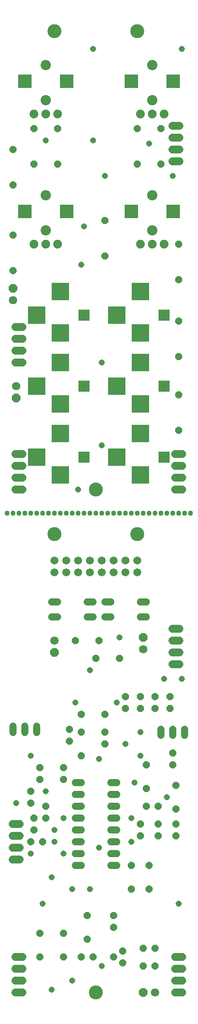
<source format=gts>
G75*
%MOIN*%
%OFA0B0*%
%FSLAX25Y25*%
%IPPOS*%
%LPD*%
%AMOC8*
5,1,8,0,0,1.08239X$1,22.5*
%
%ADD10C,0.04343*%
%ADD11C,0.11824*%
%ADD12R,0.09800X0.09800*%
%ADD13R,0.14800X0.14800*%
%ADD14OC8,0.06000*%
%ADD15C,0.07400*%
%ADD16R,0.11824X0.11824*%
%ADD17C,0.08674*%
%ADD18C,0.06800*%
%ADD19C,0.06737*%
%ADD20OC8,0.07100*%
%ADD21C,0.07100*%
%ADD22C,0.06000*%
%ADD23C,0.05156*%
D10*
X0024700Y0439700D03*
X0029700Y0439700D03*
X0034700Y0439700D03*
X0039700Y0439700D03*
X0044700Y0439700D03*
X0049700Y0439700D03*
X0054700Y0439700D03*
X0059700Y0439700D03*
X0064700Y0439700D03*
X0069700Y0439700D03*
X0074700Y0439700D03*
X0079700Y0439700D03*
X0084700Y0439700D03*
X0089700Y0439700D03*
X0094700Y0439700D03*
X0099700Y0439700D03*
X0104700Y0439700D03*
X0109700Y0439700D03*
X0114700Y0439700D03*
X0119700Y0439700D03*
X0124700Y0439700D03*
X0129700Y0439700D03*
X0134700Y0439700D03*
X0139700Y0439700D03*
X0144700Y0439700D03*
X0149700Y0439700D03*
X0154700Y0439700D03*
X0159700Y0439700D03*
X0164700Y0439700D03*
X0169700Y0439700D03*
X0174700Y0439700D03*
X0179700Y0439700D03*
D11*
X0134700Y0422200D03*
X0099700Y0459700D03*
X0064700Y0422200D03*
X0099700Y0034700D03*
X0064700Y0847200D03*
X0134700Y0847200D03*
D12*
X0157200Y0607200D03*
X0157200Y0547200D03*
X0157200Y0487200D03*
X0089700Y0487200D03*
X0089700Y0547200D03*
X0089700Y0607200D03*
D13*
X0069700Y0592200D03*
X0069700Y0567200D03*
X0069700Y0532200D03*
X0069700Y0507200D03*
X0069700Y0472200D03*
X0049700Y0487200D03*
X0049700Y0547200D03*
X0049700Y0607200D03*
X0069700Y0627200D03*
X0117200Y0607200D03*
X0117200Y0547200D03*
X0117200Y0487200D03*
X0137200Y0472200D03*
X0137200Y0507200D03*
X0137200Y0532200D03*
X0137200Y0567200D03*
X0137200Y0592200D03*
X0137200Y0627200D03*
D14*
X0134700Y0734700D03*
X0134700Y0764700D03*
X0154700Y0764700D03*
X0154700Y0734700D03*
X0169700Y0667200D03*
X0169700Y0637200D03*
X0169700Y0602200D03*
X0169700Y0572200D03*
X0169700Y0539700D03*
X0169700Y0509700D03*
X0119700Y0317200D03*
X0124700Y0284700D03*
X0124700Y0274700D03*
X0137200Y0274700D03*
X0137200Y0284700D03*
X0149700Y0284700D03*
X0149700Y0274700D03*
X0162200Y0274700D03*
X0162200Y0284700D03*
X0164700Y0237200D03*
X0164700Y0227200D03*
X0167200Y0209700D03*
X0167200Y0189700D03*
X0167200Y0177200D03*
X0167200Y0167200D03*
X0152200Y0167200D03*
X0152200Y0177200D03*
X0152200Y0192200D03*
X0142200Y0192200D03*
X0142200Y0207200D03*
X0142200Y0227200D03*
X0137200Y0177200D03*
X0137200Y0167200D03*
X0129700Y0142200D03*
X0129700Y0122200D03*
X0139700Y0072200D03*
X0139700Y0057200D03*
X0149700Y0057200D03*
X0149700Y0072200D03*
X0144700Y0122200D03*
X0144700Y0142200D03*
X0122200Y0069700D03*
X0122200Y0059700D03*
X0114700Y0064700D03*
X0114700Y0089700D03*
X0114700Y0099700D03*
X0097200Y0064700D03*
X0092200Y0079700D03*
X0087200Y0064700D03*
X0092200Y0099700D03*
X0072200Y0084700D03*
X0072200Y0064700D03*
X0052200Y0064700D03*
X0052200Y0084700D03*
X0054700Y0162200D03*
X0057200Y0182200D03*
X0057200Y0192200D03*
X0052200Y0214700D03*
X0052200Y0224700D03*
X0044700Y0204700D03*
X0044700Y0194700D03*
X0047200Y0182200D03*
X0047200Y0172200D03*
X0044700Y0162200D03*
X0072200Y0214700D03*
X0072200Y0224700D03*
X0077200Y0247200D03*
X0077200Y0257200D03*
X0087200Y0254700D03*
X0087200Y0269700D03*
X0087200Y0234700D03*
X0107200Y0244700D03*
X0107200Y0254700D03*
X0107200Y0269700D03*
X0099700Y0317200D03*
X0102200Y0332200D03*
X0082200Y0332200D03*
X0029700Y0644700D03*
X0029700Y0674700D03*
X0029700Y0717200D03*
X0029700Y0747200D03*
X0047200Y0734700D03*
X0047200Y0764700D03*
X0067200Y0764700D03*
X0067200Y0734700D03*
X0107200Y0687200D03*
X0107200Y0657200D03*
D15*
X0137357Y0667141D03*
X0147200Y0667141D03*
X0157043Y0667141D03*
X0157043Y0777141D03*
X0147200Y0777141D03*
X0137357Y0777141D03*
X0067043Y0777141D03*
X0057200Y0777141D03*
X0047357Y0777141D03*
X0047357Y0667141D03*
X0057200Y0667141D03*
X0067043Y0667141D03*
D16*
X0074917Y0694700D03*
X0074917Y0804700D03*
X0039483Y0804700D03*
X0039483Y0694700D03*
X0129483Y0694700D03*
X0129483Y0804700D03*
X0164917Y0804700D03*
X0164917Y0694700D03*
D17*
X0147200Y0708480D03*
X0147200Y0678952D03*
X0147200Y0788952D03*
X0147200Y0818480D03*
X0057200Y0818480D03*
X0057200Y0788952D03*
X0057200Y0708480D03*
X0057200Y0678952D03*
D18*
X0037700Y0034700D02*
X0031700Y0034700D01*
X0031700Y0044700D02*
X0037700Y0044700D01*
X0037700Y0054700D02*
X0031700Y0054700D01*
X0031700Y0064700D02*
X0037700Y0064700D01*
X0035200Y0147200D02*
X0029200Y0147200D01*
X0029200Y0157200D02*
X0035200Y0157200D01*
X0035200Y0167200D02*
X0029200Y0167200D01*
X0029200Y0177200D02*
X0035200Y0177200D01*
X0037700Y0459700D02*
X0031700Y0459700D01*
X0031700Y0469700D02*
X0037700Y0469700D01*
X0037700Y0479700D02*
X0031700Y0479700D01*
X0031700Y0489700D02*
X0037700Y0489700D01*
X0037700Y0567200D02*
X0031700Y0567200D01*
X0031700Y0577200D02*
X0037700Y0577200D01*
X0037700Y0587200D02*
X0031700Y0587200D01*
X0031700Y0597200D02*
X0037700Y0597200D01*
X0164200Y0737200D02*
X0170200Y0737200D01*
X0170200Y0747200D02*
X0164200Y0747200D01*
X0164200Y0757200D02*
X0170200Y0757200D01*
X0170200Y0767200D02*
X0164200Y0767200D01*
X0166700Y0489700D02*
X0172700Y0489700D01*
X0172700Y0479700D02*
X0166700Y0479700D01*
X0166700Y0469700D02*
X0172700Y0469700D01*
X0172700Y0459700D02*
X0166700Y0459700D01*
X0164200Y0342200D02*
X0170200Y0342200D01*
X0170200Y0332200D02*
X0164200Y0332200D01*
X0164200Y0322200D02*
X0170200Y0322200D01*
X0170200Y0312200D02*
X0164200Y0312200D01*
X0166700Y0064700D02*
X0172700Y0064700D01*
X0172700Y0054700D02*
X0166700Y0054700D01*
X0166700Y0044700D02*
X0172700Y0044700D01*
X0172700Y0034700D02*
X0166700Y0034700D01*
D19*
X0134700Y0389700D03*
X0134700Y0399700D03*
X0124700Y0399700D03*
X0124700Y0389700D03*
X0114700Y0389700D03*
X0114700Y0399700D03*
X0104700Y0399700D03*
X0104700Y0389700D03*
X0094700Y0389700D03*
X0094700Y0399700D03*
X0084700Y0399700D03*
X0084700Y0389700D03*
X0074700Y0389700D03*
X0074700Y0399700D03*
X0064700Y0399700D03*
X0064700Y0389700D03*
D20*
X0064700Y0322200D03*
X0032200Y0537200D03*
X0029700Y0629700D03*
X0139700Y0334700D03*
X0139700Y0034700D03*
D21*
X0149700Y0034700D03*
X0139700Y0324700D03*
X0064700Y0332200D03*
X0032200Y0547200D03*
X0029700Y0619700D03*
D22*
X0062100Y0364700D02*
X0067300Y0364700D01*
X0067300Y0352200D02*
X0062100Y0352200D01*
X0049700Y0259800D02*
X0049700Y0254600D01*
X0039700Y0254600D02*
X0039700Y0259800D01*
X0029700Y0259800D02*
X0029700Y0254600D01*
X0082100Y0212200D02*
X0087300Y0212200D01*
X0087300Y0202200D02*
X0082100Y0202200D01*
X0082100Y0192200D02*
X0087300Y0192200D01*
X0087300Y0182200D02*
X0082100Y0182200D01*
X0082100Y0172200D02*
X0087300Y0172200D01*
X0087300Y0162200D02*
X0082100Y0162200D01*
X0082100Y0152200D02*
X0087300Y0152200D01*
X0087300Y0142200D02*
X0082100Y0142200D01*
X0112100Y0142200D02*
X0117300Y0142200D01*
X0117300Y0152200D02*
X0112100Y0152200D01*
X0112100Y0162200D02*
X0117300Y0162200D01*
X0117300Y0172200D02*
X0112100Y0172200D01*
X0112100Y0182200D02*
X0117300Y0182200D01*
X0117300Y0192200D02*
X0112100Y0192200D01*
X0112100Y0202200D02*
X0117300Y0202200D01*
X0117300Y0212200D02*
X0112100Y0212200D01*
X0112300Y0352200D02*
X0107100Y0352200D01*
X0107100Y0364700D02*
X0112300Y0364700D01*
X0097300Y0364700D02*
X0092100Y0364700D01*
X0092100Y0352200D02*
X0097300Y0352200D01*
X0137100Y0352200D02*
X0142300Y0352200D01*
X0142300Y0364700D02*
X0137100Y0364700D01*
X0154700Y0257300D02*
X0154700Y0252100D01*
X0164700Y0252100D02*
X0164700Y0257300D01*
X0174700Y0257300D02*
X0174700Y0252100D01*
D23*
X0172200Y0299700D03*
X0157200Y0299700D03*
X0137200Y0254700D03*
X0137200Y0234700D03*
X0132200Y0212200D03*
X0129700Y0182200D03*
X0129700Y0162200D03*
X0124700Y0244700D03*
X0117200Y0279700D03*
X0119700Y0334700D03*
X0094700Y0307200D03*
X0082200Y0279700D03*
X0102200Y0232200D03*
X0102200Y0157200D03*
X0094700Y0122200D03*
X0104700Y0057200D03*
X0079700Y0044700D03*
X0079700Y0122200D03*
X0072200Y0152200D03*
X0072200Y0182200D03*
X0064700Y0172200D03*
X0064700Y0162200D03*
X0062200Y0132200D03*
X0054700Y0109700D03*
X0044700Y0152200D03*
X0032200Y0194700D03*
X0044700Y0234700D03*
X0057200Y0204700D03*
X0062200Y0037200D03*
X0084700Y0459700D03*
X0104700Y0497200D03*
X0104700Y0567200D03*
X0087200Y0649700D03*
X0089700Y0682200D03*
X0107200Y0724700D03*
X0097200Y0754700D03*
X0097200Y0832200D03*
X0057200Y0754700D03*
X0144700Y0752200D03*
X0164700Y0724700D03*
X0172200Y0832200D03*
X0159700Y0199700D03*
X0169700Y0109700D03*
M02*

</source>
